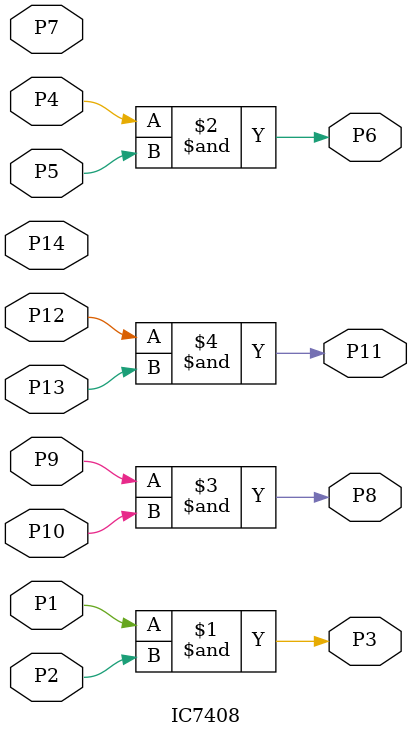
<source format=v>
module IC7408(P1,P2,P3,P4,P5,P6,P7,P8,P9,P10,P11,P12,P13,P14);
input P1,P2,P4,P5,P9,P10,P12,P13;
input P7,P14;//SUPPLY
output P3,P6,P8,P11;

assign P3=P1&P2;
assign P6=P4&P5;
assign P8=P9&P10;
assign P11=P12&P13;
endmodule

</source>
